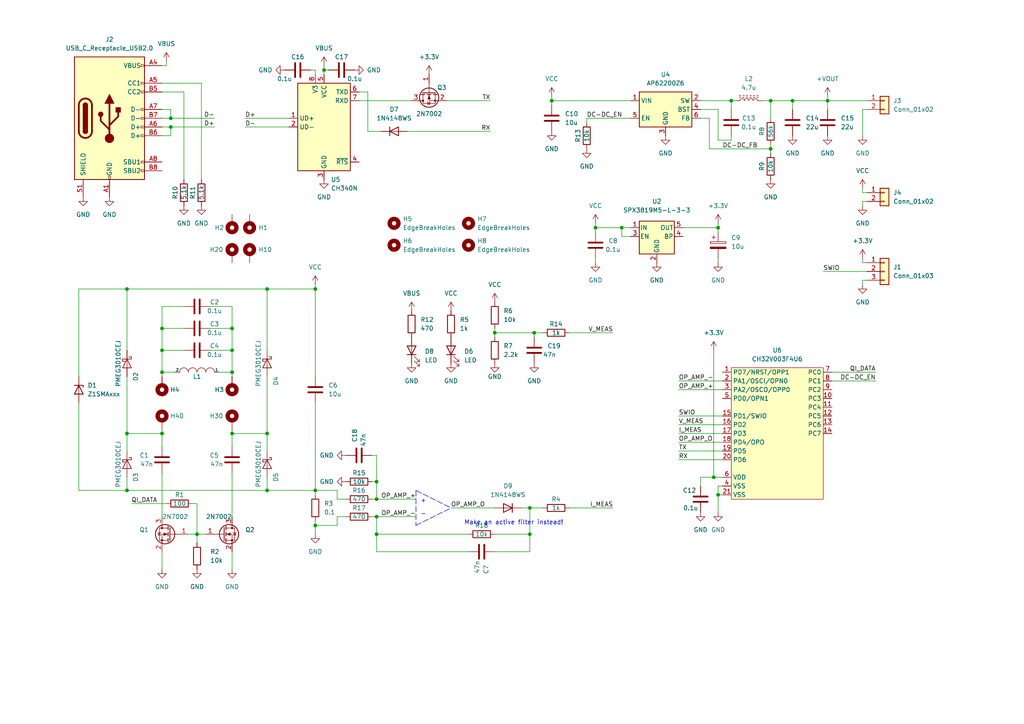
<source format=kicad_sch>
(kicad_sch (version 20211123) (generator eeschema)
  (paper "A4")
  (lib_symbols
    (symbol "Connector:USB_C_Receptacle_USB2.0" (pin_names (offset 1.016))
      (property "Reference" "J" (at -10.16 19.05 0))
      (property "Value" "USB_C_Receptacle_USB2.0" (at 19.05 19.05 0))
      (symbol "USB_C_Receptacle_USB2.0_1_1"
        (pin passive line (at 0 -22.86 90) (length 5.08) (name "GND") (number "A1"))
        (pin passive line (at 0 -22.86 90) (length 5.08) hide (name "GND") (number "A12"))
        (pin passive line (at 15.24 15.24 180) (length 5.08) (name "VBUS") (number "A4"))
        (pin bidirectional line (at 15.24 10.16 180) (length 5.08) (name "CC1") (number "A5"))
        (pin bidirectional line (at 15.24 -2.54 180) (length 5.08) (name "D+") (number "A6"))
        (pin bidirectional line (at 15.24 2.54 180) (length 5.08) (name "D-") (number "A7"))
        (pin bidirectional line (at 15.24 -12.7 180) (length 5.08) (name "SBU1") (number "A8"))
        (pin passive line (at 15.24 15.24 180) (length 5.08) hide (name "VBUS") (number "A9"))
        (pin passive line (at 0 -22.86 90) (length 5.08) hide (name "GND") (number "B1"))
        (pin passive line (at 0 -22.86 90) (length 5.08) hide (name "GND") (number "B12"))
        (pin passive line (at 15.24 15.24 180) (length 5.08) hide (name "VBUS") (number "B4"))
        (pin bidirectional line (at 15.24 7.62 180) (length 5.08) (name "CC2") (number "B5"))
        (pin bidirectional line (at 15.24 -5.08 180) (length 5.08) (name "D+") (number "B6"))
        (pin bidirectional line (at 15.24 0 180) (length 5.08) (name "D-") (number "B7"))
        (pin bidirectional line (at 15.24 -15.24 180) (length 5.08) (name "SBU2") (number "B8"))
        (pin passive line (at 15.24 15.24 180) (length 5.08) hide (name "VBUS") (number "B9"))
        (pin passive line (at -7.62 -22.86 90) (length 5.08) (name "SHIELD") (number "S1"))
      )
    )
    (symbol "Connector_Generic:Conn_01x02" (pin_names (offset 1.016) hide)
      (property "Reference" "J" (at 0 2.54 0))
      (property "Value" "Conn_01x02" (at 0 -5.08 0))
      (symbol "Conn_01x02_1_1"
        (pin passive line (at -5.08 0 0) (length 3.81) (name "Pin_1") (number "1"))
        (pin passive line (at -5.08 -2.54 0) (length 3.81) (name "Pin_2") (number "2"))
      )
    )
    (symbol "Connector_Generic:Conn_01x03" (pin_names (offset 1.016) hide)
      (property "Reference" "J" (at 0 5.08 0))
      (property "Value" "Conn_01x03" (at 0 -5.08 0))
      (symbol "Conn_01x03_1_1"
        (pin passive line (at -5.08 2.54 0) (length 3.81) (name "Pin_1") (number "1"))
        (pin passive line (at -5.08 0 0) (length 3.81) (name "Pin_2") (number "2"))
        (pin passive line (at -5.08 -2.54 0) (length 3.81) (name "Pin_3") (number "3"))
      )
    )
    (symbol "Device:C" (pin_numbers hide) (pin_names (offset 0.254))
      (property "Reference" "C" (at 0.635 2.54 0))
      (property "Value" "C" (at 0.635 -2.54 0))
      (symbol "C_1_1"
        (pin passive line (at 0 3.81 270) (length 2.794) (name "~") (number "1"))
        (pin passive line (at 0 -3.81 90) (length 2.794) (name "~") (number "2"))
      )
    )
    (symbol "Device:C_Polarized" (pin_numbers hide) (pin_names (offset 0.254))
      (property "Reference" "C" (at 0.635 2.54 0))
      (property "Value" "C_Polarized" (at 0.635 -2.54 0))
      (symbol "C_Polarized_1_1"
        (pin passive line (at 0 3.81 270) (length 2.794) (name "~") (number "1"))
        (pin passive line (at 0 -3.81 90) (length 2.794) (name "~") (number "2"))
      )
    )
    (symbol "Device:LED" (pin_numbers hide) (pin_names (offset 1.016) hide)
      (property "Reference" "D" (at 0 2.54 0))
      (property "Value" "LED" (at 0 -2.54 0))
      (symbol "LED_1_1"
        (pin passive line (at -3.81 0 0) (length 2.54) (name "K") (number "1"))
        (pin passive line (at 3.81 0 180) (length 2.54) (name "A") (number "2"))
      )
    )
    (symbol "Device:L_Ferrite" (pin_numbers hide) (pin_names (offset 1.016) hide)
      (property "Reference" "L" (at -1.27 0 90))
      (property "Value" "L_Ferrite" (at 2.794 0 90))
      (symbol "L_Ferrite_1_1"
        (pin passive line (at 0 3.81 270) (length 1.27) (name "1") (number "1"))
        (pin passive line (at 0 -3.81 90) (length 1.27) (name "2") (number "2"))
      )
    )
    (symbol "Device:R" (pin_numbers hide) (pin_names (offset 0))
      (property "Reference" "R" (at 2.032 0 90))
      (property "Value" "R" (at 0 0 90))
      (symbol "R_1_1"
        (pin passive line (at 0 3.81 270) (length 1.27) (name "~") (number "1"))
        (pin passive line (at 0 -3.81 90) (length 1.27) (name "~") (number "2"))
      )
    )
    (symbol "Diode:1N4148WS" (pin_numbers hide) (pin_names hide)
      (property "Reference" "D" (at 0 2.54 0))
      (property "Value" "1N4148WS" (at 0 -2.54 0))
      (symbol "1N4148WS_1_1"
        (pin passive line (at -3.81 0 0) (length 2.54) (name "K") (number "1"))
        (pin passive line (at 3.81 0 180) (length 2.54) (name "A") (number "2"))
      )
    )
    (symbol "Diode:PMEG3010CEJ" (pin_numbers hide) (pin_names hide)
      (property "Reference" "D" (at 0 2.54 0))
      (property "Value" "PMEG3010CEJ" (at 0 -2.54 0))
      (symbol "PMEG3010CEJ_1_1"
        (pin passive line (at -3.81 0 0) (length 2.54) (name "K") (number "1"))
        (pin passive line (at 3.81 0 180) (length 2.54) (name "A") (number "2"))
      )
    )
    (symbol "Diode:Z1SMAxxx" (pin_numbers hide) (pin_names hide)
      (property "Reference" "D" (at 0 2.54 0))
      (property "Value" "Z1SMAxxx" (at 0 -2.54 0))
      (symbol "Z1SMAxxx_1_1"
        (pin passive line (at -3.81 0 0) (length 2.54) (name "K") (number "1"))
        (pin passive line (at 3.81 0 180) (length 2.54) (name "A") (number "2"))
      )
    )
    (symbol "Mechanical:MountingHole" (pin_names (offset 1.016))
      (property "Reference" "H" (at 0 5.08 0))
      (property "Value" "MountingHole" (at 0 3.175 0))
    )
    (symbol "Mechanical:MountingHole_Pad" (pin_numbers hide) (pin_names (offset 1.016) hide)
      (property "Reference" "H" (at 0 6.35 0))
      (property "Value" "MountingHole_Pad" (at 0 4.445 0))
      (symbol "MountingHole_Pad_1_1"
        (pin input line (at 0 -2.54 90) (length 2.54) (name "1") (number "1"))
      )
    )
    (symbol "Regulator_Linear:SPX3819M5-L-3-3" (pin_names (offset 0.254))
      (property "Reference" "U" (at -3.81 5.715 0))
      (property "Value" "SPX3819M5-L-3-3" (at 0 5.715 0))
      (symbol "SPX3819M5-L-3-3_1_1"
        (pin power_in line (at -7.62 2.54 0) (length 2.54) (name "IN") (number "1"))
        (pin power_in line (at 0 -7.62 90) (length 2.54) (name "GND") (number "2"))
        (pin input line (at -7.62 0 0) (length 2.54) (name "EN") (number "3"))
        (pin input line (at 7.62 0 180) (length 2.54) (name "BP") (number "4"))
        (pin power_out line (at 7.62 2.54 180) (length 2.54) (name "OUT") (number "5"))
      )
    )
    (symbol "Transistor_FET:2N7002" (pin_names hide)
      (property "Reference" "Q" (at 5.08 1.905 0))
      (property "Value" "2N7002" (at 5.08 0 0))
      (symbol "2N7002_1_1"
        (pin input line (at -5.08 0 0) (length 2.54) (name "G") (number "1"))
        (pin passive line (at 2.54 -5.08 90) (length 2.54) (name "S") (number "2"))
        (pin passive line (at 2.54 5.08 270) (length 2.54) (name "D") (number "3"))
      )
    )
    (symbol "__my:+VOUT" (power) (pin_names (offset 0))
      (property "Value" "+VOUT" (at 0 3.556 0))
      (symbol "+VOUT_1_1"
        (pin power_in line (at 0 0 90) (length 0) hide (name "+VOUT") (number "1"))
      )
    )
    (symbol "__my:AP62200Z6"
      (property "Reference" "U" (at -7.62 6.35 0))
      (property "Value" "AP62200Z6" (at 6.35 -6.35 0))
      (symbol "AP62200Z6_1_1"
        (pin power_in line (at -10.16 2.54 0) (length 2.54) (name "VIN") (number "1"))
        (pin output line (at 10.16 2.54 180) (length 2.54) (name "SW") (number "2"))
        (pin power_in line (at 0 -7.62 90) (length 2.54) (name "GND") (number "3"))
        (pin passive line (at 10.16 0 180) (length 2.54) (name "BST") (number "4"))
        (pin input line (at -10.16 -2.54 0) (length 2.54) (name "EN") (number "5"))
        (pin input line (at 10.16 -2.54 180) (length 2.54) (name "FB") (number "6"))
      )
    )
    (symbol "__my:CH32V003F4U6"
      (property "Reference" "U" (at 27.94 2.54 0))
      (property "Value" "CH32V003F4U6" (at 10.16 2.54 0))
      (symbol "CH32V003F4U6_1_1"
        (pin bidirectional line (at 0 0 0) (length 2.54) (name "PD7/NRST/OPP1") (number "1"))
        (pin bidirectional line (at 31.75 -7.62 180) (length 2.54) (name "PC3") (number "10"))
        (pin bidirectional line (at 31.75 -10.16 180) (length 2.54) (name "PC4") (number "11"))
        (pin bidirectional line (at 31.75 -12.7 180) (length 2.54) (name "PC5") (number "12"))
        (pin bidirectional line (at 31.75 -15.24 180) (length 2.54) (name "PC6") (number "13"))
        (pin bidirectional line (at 31.75 -17.78 180) (length 2.54) (name "PC7") (number "14"))
        (pin bidirectional line (at 0 -12.7 0) (length 2.54) (name "PD1/SWIO") (number "15"))
        (pin bidirectional line (at 0 -15.24 0) (length 2.54) (name "PD2") (number "16"))
        (pin bidirectional line (at 0 -17.78 0) (length 2.54) (name "PD3") (number "17"))
        (pin bidirectional line (at 0 -20.32 0) (length 2.54) (name "PD4/OPO") (number "18"))
        (pin bidirectional line (at 0 -22.86 0) (length 2.54) (name "PD5") (number "19"))
        (pin bidirectional line (at 0 -2.54 0) (length 2.54) (name "PA1/OSCI/OPN0") (number "2"))
        (pin bidirectional line (at 0 -25.4 0) (length 2.54) (name "PD6") (number "20"))
        (pin power_in line (at 0 -35.56 0) (length 2.54) (name "VSS") (number "21"))
        (pin bidirectional line (at 0 -5.08 0) (length 2.54) (name "PA2/OSCO/OPP0") (number "3"))
        (pin power_in line (at 0 -33.02 0) (length 2.54) (name "VSS") (number "4"))
        (pin bidirectional line (at 0 -7.62 0) (length 2.54) (name "PD0/OPN1") (number "5"))
        (pin power_in line (at 0 -30.48 0) (length 2.54) (name "VDD") (number "6"))
        (pin bidirectional line (at 31.75 0 180) (length 2.54) (name "PC0") (number "7"))
        (pin bidirectional line (at 31.75 -2.54 180) (length 2.54) (name "PC1") (number "8"))
        (pin bidirectional line (at 31.75 -5.08 180) (length 2.54) (name "PC2") (number "9"))
      )
    )
    (symbol "__my:CH340N"
      (property "Reference" "U" (at -5.08 13.97 0))
      (property "Value" "CH340N" (at 1.27 13.97 0))
      (symbol "CH340N_1_1"
        (pin bidirectional line (at -10.16 2.54 0) (length 2.54) (name "UD+") (number "1"))
        (pin bidirectional line (at -10.16 0 0) (length 2.54) (name "UD-") (number "2"))
        (pin power_in line (at 0 -15.24 90) (length 2.54) (name "GND") (number "3"))
        (pin output line (at 10.16 -10.16 180) (length 2.54) (name "~{RTS}") (number "4"))
        (pin power_in line (at 0 15.24 270) (length 2.54) (name "VCC") (number "5"))
        (pin output line (at 10.16 10.16 180) (length 2.54) (name "TXD") (number "6"))
        (pin input line (at 10.16 7.62 180) (length 2.54) (name "RXD") (number "7"))
        (pin passive line (at -2.54 15.24 270) (length 2.54) (name "V3") (number "8"))
      )
    )
    (symbol "power:+3.3V" (power) (pin_names (offset 0))
      (property "Value" "+3.3V" (at 0 3.556 0))
      (symbol "+3.3V_1_1"
        (pin power_in line (at 0 0 90) (length 0) hide (name "+3.3V") (number "1"))
      )
    )
    (symbol "power:GND" (power) (pin_names (offset 0))
      (property "Value" "GND" (at 0 -3.81 0))
      (symbol "GND_1_1"
        (pin power_in line (at 0 0 270) (length 0) hide (name "GND") (number "1"))
      )
    )
    (symbol "power:VBUS" (power) (pin_names (offset 0))
      (property "Value" "VBUS" (at 0 3.81 0))
      (symbol "VBUS_1_1"
        (pin power_in line (at 0 0 90) (length 0) hide (name "VBUS") (number "1"))
      )
    )
    (symbol "power:VCC" (power) (pin_names (offset 0))
      (property "Value" "VCC" (at 0 3.81 0))
      (symbol "VCC_1_1"
        (pin power_in line (at 0 0 90) (length 0) hide (name "VCC") (number "1"))
      )
    )
    (symbol "pspice:INDUCTOR" (pin_numbers hide) (pin_names (offset 0))
      (property "Reference" "L" (at 0 2.54 0))
      (property "Value" "INDUCTOR" (at 0 -1.27 0))
      (symbol "INDUCTOR_1_1"
        (pin input line (at -6.35 0 0) (length 1.27) (name "1") (number "1"))
        (pin input line (at 6.35 0 180) (length 1.27) (name "2") (number "2"))
      )
    )
  )
  (junction (at 208.28 143.51))
  (junction (at 91.44 152.4))
  (junction (at 46.99 101.6))
  (junction (at 77.47 142.24))
  (junction (at 49.53 34.29))
  (junction (at 93.98 20.32))
  (junction (at 57.15 154.94))
  (junction (at 67.31 95.25))
  (junction (at 207.01 138.43))
  (junction (at 172.72 66.04))
  (junction (at 46.99 125.73))
  (junction (at 91.44 142.24))
  (junction (at 223.52 43.18))
  (junction (at 67.31 125.73))
  (junction (at 180.34 66.04))
  (junction (at 67.31 107.95))
  (junction (at 240.03 29.21))
  (junction (at 46.99 107.95))
  (junction (at 67.31 101.6))
  (junction (at 153.67 154.94))
  (junction (at 109.22 139.7))
  (junction (at 36.83 142.24))
  (junction (at 49.53 36.83))
  (junction (at 208.28 66.04))
  (junction (at 109.22 144.78))
  (junction (at 160.02 29.21))
  (junction (at 46.99 95.25))
  (junction (at 154.94 96.52))
  (junction (at 109.22 154.94))
  (junction (at 229.87 29.21))
  (junction (at 36.83 83.82))
  (junction (at 153.67 147.32))
  (junction (at 109.22 149.86))
  (junction (at 77.47 83.82))
  (junction (at 143.51 96.52))
  (junction (at 36.83 125.73))
  (junction (at 77.47 125.73))
  (junction (at 212.09 29.21))
  (junction (at 223.52 29.21))
  (junction (at 91.44 83.82))
  (wire (pts (xy 57.15 154.94) (xy 57.15 157.48)))
  (wire (pts (xy 93.98 20.32) (xy 95.25 20.32)))
  (wire (pts (xy 250.19 54.61) (xy 250.19 55.88)))
  (wire (pts (xy 160.02 29.21) (xy 182.88 29.21)))
  (wire (pts (xy 63.5 107.95) (xy 67.31 107.95)))
  (wire (pts (xy 106.68 26.67) (xy 106.68 38.1)))
  (wire (pts (xy 153.67 160.02) (xy 153.67 154.94)))
  (wire (pts (xy 77.47 142.24) (xy 77.47 138.43)))
  (wire (pts (xy 46.99 101.6) (xy 53.34 101.6)))
  (wire (pts (xy 203.2 29.21) (xy 212.09 29.21)))
  (wire (pts (xy 229.87 31.75) (xy 229.87 29.21)))
  (wire (pts (xy 22.86 83.82) (xy 36.83 83.82)))
  (wire (pts (xy 67.31 101.6) (xy 67.31 107.95)))
  (wire (pts (xy 209.55 133.35) (xy 196.85 133.35)))
  (wire (pts (xy 196.85 125.73) (xy 209.55 125.73)))
  (wire (pts (xy 135.89 160.02) (xy 109.22 160.02)))
  (wire (pts (xy 223.52 29.21) (xy 223.52 34.29)))
  (wire (pts (xy 209.55 110.49) (xy 196.85 110.49)))
  (polyline (pts (xy 120.65 152.4) (xy 130.81 147.32)))
  (wire (pts (xy 143.51 154.94) (xy 153.67 154.94)))
  (wire (pts (xy 91.44 152.4) (xy 97.79 152.4)))
  (wire (pts (xy 58.42 24.13) (xy 58.42 52.07)))
  (wire (pts (xy 46.99 24.13) (xy 58.42 24.13)))
  (wire (pts (xy 118.11 38.1) (xy 142.24 38.1)))
  (wire (pts (xy 109.22 139.7) (xy 109.22 144.78)))
  (wire (pts (xy 67.31 165.1) (xy 67.31 160.02)))
  (wire (pts (xy 172.72 64.77) (xy 172.72 66.04)))
  (wire (pts (xy 198.12 66.04) (xy 208.28 66.04)))
  (wire (pts (xy 67.31 88.9) (xy 67.31 95.25)))
  (wire (pts (xy 60.96 101.6) (xy 67.31 101.6)))
  (wire (pts (xy 143.51 160.02) (xy 153.67 160.02)))
  (wire (pts (xy 46.99 95.25) (xy 46.99 101.6)))
  (wire (pts (xy 153.67 147.32) (xy 151.13 147.32)))
  (wire (pts (xy 67.31 95.25) (xy 67.31 101.6)))
  (wire (pts (xy 143.51 96.52) (xy 154.94 96.52)))
  (wire (pts (xy 170.18 34.29) (xy 182.88 34.29)))
  (wire (pts (xy 60.96 88.9) (xy 67.31 88.9)))
  (wire (pts (xy 229.87 29.21) (xy 240.03 29.21)))
  (wire (pts (xy 91.44 142.24) (xy 91.44 143.51)))
  (wire (pts (xy 91.44 142.24) (xy 77.47 142.24)))
  (wire (pts (xy 209.55 143.51) (xy 208.28 143.51)))
  (wire (pts (xy 251.46 58.42) (xy 250.19 58.42)))
  (wire (pts (xy 91.44 82.55) (xy 91.44 83.82)))
  (wire (pts (xy 67.31 137.16) (xy 67.31 149.86)))
  (wire (pts (xy 212.09 39.37) (xy 212.09 40.64)))
  (wire (pts (xy 205.74 43.18) (xy 223.52 43.18)))
  (wire (pts (xy 209.55 140.97) (xy 208.28 140.97)))
  (wire (pts (xy 22.86 142.24) (xy 36.83 142.24)))
  (wire (pts (xy 104.14 26.67) (xy 106.68 26.67)))
  (wire (pts (xy 77.47 125.73) (xy 77.47 130.81)))
  (wire (pts (xy 107.95 139.7) (xy 109.22 139.7)))
  (wire (pts (xy 104.14 29.21) (xy 119.38 29.21)))
  (wire (pts (xy 46.99 88.9) (xy 53.34 88.9)))
  (wire (pts (xy 109.22 154.94) (xy 109.22 149.86)))
  (wire (pts (xy 97.79 144.78) (xy 97.79 142.24)))
  (wire (pts (xy 143.51 95.25) (xy 143.51 96.52)))
  (wire (pts (xy 180.34 66.04) (xy 182.88 66.04)))
  (wire (pts (xy 91.44 151.13) (xy 91.44 152.4)))
  (wire (pts (xy 241.3 107.95) (xy 254 107.95)))
  (wire (pts (xy 53.34 52.07) (xy 53.34 26.67)))
  (wire (pts (xy 67.31 107.95) (xy 67.31 109.22)))
  (wire (pts (xy 57.15 146.05) (xy 57.15 154.94)))
  (wire (pts (xy 91.44 83.82) (xy 77.47 83.82)))
  (wire (pts (xy 62.23 34.29) (xy 49.53 34.29)))
  (wire (pts (xy 109.22 144.78) (xy 120.65 144.78)))
  (wire (pts (xy 250.19 81.28) (xy 250.19 82.55)))
  (wire (pts (xy 46.99 36.83) (xy 49.53 36.83)))
  (wire (pts (xy 36.83 142.24) (xy 77.47 142.24)))
  (wire (pts (xy 209.55 123.19) (xy 196.85 123.19)))
  (wire (pts (xy 208.28 76.2) (xy 208.28 74.93)))
  (wire (pts (xy 57.15 154.94) (xy 59.69 154.94)))
  (wire (pts (xy 203.2 34.29) (xy 205.74 34.29)))
  (wire (pts (xy 22.86 116.84) (xy 22.86 142.24)))
  (wire (pts (xy 165.1 147.32) (xy 177.8 147.32)))
  (wire (pts (xy 251.46 31.75) (xy 250.19 31.75)))
  (wire (pts (xy 203.2 31.75) (xy 208.28 31.75)))
  (wire (pts (xy 46.99 95.25) (xy 53.34 95.25)))
  (wire (pts (xy 107.95 132.08) (xy 109.22 132.08)))
  (wire (pts (xy 203.2 138.43) (xy 207.01 138.43)))
  (polyline (pts (xy 120.65 142.24) (xy 120.65 152.4)))
  (wire (pts (xy 160.02 27.94) (xy 160.02 29.21)))
  (wire (pts (xy 77.47 109.22) (xy 77.47 125.73)))
  (wire (pts (xy 49.53 39.37) (xy 46.99 39.37)))
  (wire (pts (xy 93.98 19.05) (xy 93.98 20.32)))
  (wire (pts (xy 240.03 29.21) (xy 251.46 29.21)))
  (wire (pts (xy 109.22 160.02) (xy 109.22 154.94)))
  (wire (pts (xy 212.09 29.21) (xy 212.09 31.75)))
  (wire (pts (xy 55.88 146.05) (xy 57.15 146.05)))
  (wire (pts (xy 182.88 68.58) (xy 180.34 68.58)))
  (wire (pts (xy 36.83 109.22) (xy 36.83 125.73)))
  (wire (pts (xy 53.34 26.67) (xy 46.99 26.67)))
  (wire (pts (xy 46.99 31.75) (xy 49.53 31.75)))
  (wire (pts (xy 36.83 125.73) (xy 46.99 125.73)))
  (wire (pts (xy 46.99 101.6) (xy 46.99 107.95)))
  (wire (pts (xy 91.44 21.59) (xy 91.44 20.32)))
  (wire (pts (xy 46.99 165.1) (xy 46.99 160.02)))
  (wire (pts (xy 36.83 142.24) (xy 36.83 138.43)))
  (wire (pts (xy 153.67 154.94) (xy 153.67 147.32)))
  (wire (pts (xy 91.44 142.24) (xy 97.79 142.24)))
  (wire (pts (xy 107.95 144.78) (xy 109.22 144.78)))
  (wire (pts (xy 209.55 120.65) (xy 196.85 120.65)))
  (wire (pts (xy 229.87 29.21) (xy 223.52 29.21)))
  (wire (pts (xy 208.28 143.51) (xy 208.28 148.59)))
  (wire (pts (xy 157.48 96.52) (xy 154.94 96.52)))
  (wire (pts (xy 143.51 147.32) (xy 130.81 147.32)))
  (wire (pts (xy 172.72 76.2) (xy 172.72 74.93)))
  (wire (pts (xy 208.28 140.97) (xy 208.28 143.51)))
  (wire (pts (xy 142.24 29.21) (xy 129.54 29.21)))
  (wire (pts (xy 49.53 31.75) (xy 49.53 34.29)))
  (wire (pts (xy 22.86 83.82) (xy 22.86 109.22)))
  (wire (pts (xy 154.94 96.52) (xy 154.94 97.79)))
  (wire (pts (xy 46.99 107.95) (xy 46.99 109.22)))
  (wire (pts (xy 203.2 140.97) (xy 203.2 138.43)))
  (wire (pts (xy 109.22 132.08) (xy 109.22 139.7)))
  (wire (pts (xy 93.98 20.32) (xy 93.98 21.59)))
  (wire (pts (xy 153.67 147.32) (xy 157.48 147.32)))
  (wire (pts (xy 36.83 125.73) (xy 36.83 130.81)))
  (wire (pts (xy 209.55 128.27) (xy 196.85 128.27)))
  (wire (pts (xy 240.03 29.21) (xy 240.03 27.94)))
  (wire (pts (xy 250.19 31.75) (xy 250.19 39.37)))
  (wire (pts (xy 54.61 154.94) (xy 57.15 154.94)))
  (wire (pts (xy 223.52 43.18) (xy 223.52 44.45)))
  (wire (pts (xy 205.74 34.29) (xy 205.74 43.18)))
  (wire (pts (xy 71.12 36.83) (xy 83.82 36.83)))
  (wire (pts (xy 46.99 124.46) (xy 46.99 125.73)))
  (wire (pts (xy 36.83 83.82) (xy 36.83 101.6)))
  (wire (pts (xy 77.47 83.82) (xy 77.47 101.6)))
  (wire (pts (xy 91.44 152.4) (xy 91.44 154.94)))
  (wire (pts (xy 172.72 66.04) (xy 172.72 67.31)))
  (wire (pts (xy 91.44 83.82) (xy 91.44 109.22)))
  (wire (pts (xy 109.22 149.86) (xy 120.65 149.86)))
  (wire (pts (xy 220.98 29.21) (xy 223.52 29.21)))
  (wire (pts (xy 67.31 125.73) (xy 77.47 125.73)))
  (wire (pts (xy 46.99 125.73) (xy 46.99 129.54)))
  (wire (pts (xy 172.72 66.04) (xy 180.34 66.04)))
  (wire (pts (xy 212.09 29.21) (xy 213.36 29.21)))
  (wire (pts (xy 60.96 95.25) (xy 67.31 95.25)))
  (wire (pts (xy 67.31 125.73) (xy 67.31 129.54)))
  (wire (pts (xy 209.55 113.03) (xy 196.85 113.03)))
  (wire (pts (xy 250.19 55.88) (xy 251.46 55.88)))
  (wire (pts (xy 170.18 34.29) (xy 170.18 35.56)))
  (polyline (pts (xy 120.65 142.24) (xy 130.81 147.32)))
  (wire (pts (xy 36.83 83.82) (xy 77.47 83.82)))
  (wire (pts (xy 46.99 107.95) (xy 50.8 107.95)))
  (wire (pts (xy 135.89 154.94) (xy 109.22 154.94)))
  (wire (pts (xy 91.44 20.32) (xy 90.17 20.32)))
  (wire (pts (xy 71.12 34.29) (xy 83.82 34.29)))
  (wire (pts (xy 46.99 88.9) (xy 46.99 95.25)))
  (wire (pts (xy 91.44 116.84) (xy 91.44 142.24)))
  (wire (pts (xy 49.53 34.29) (xy 46.99 34.29)))
  (wire (pts (xy 48.26 19.05) (xy 48.26 17.78)))
  (wire (pts (xy 46.99 137.16) (xy 46.99 149.86)))
  (wire (pts (xy 196.85 130.81) (xy 209.55 130.81)))
  (wire (pts (xy 106.68 38.1) (xy 110.49 38.1)))
  (wire (pts (xy 177.8 96.52) (xy 165.1 96.52)))
  (wire (pts (xy 207.01 138.43) (xy 209.55 138.43)))
  (wire (pts (xy 38.1 146.05) (xy 48.26 146.05)))
  (wire (pts (xy 143.51 96.52) (xy 143.51 97.79)))
  (wire (pts (xy 46.99 19.05) (xy 48.26 19.05)))
  (wire (pts (xy 208.28 66.04) (xy 208.28 67.31)))
  (wire (pts (xy 254 110.49) (xy 241.3 110.49)))
  (wire (pts (xy 180.34 68.58) (xy 180.34 66.04)))
  (wire (pts (xy 208.28 40.64) (xy 212.09 40.64)))
  (wire (pts (xy 223.52 41.91) (xy 223.52 43.18)))
  (wire (pts (xy 160.02 29.21) (xy 160.02 30.48)))
  (wire (pts (xy 100.33 144.78) (xy 97.79 144.78)))
  (wire (pts (xy 250.19 58.42) (xy 250.19 59.69)))
  (wire (pts (xy 49.53 36.83) (xy 49.53 39.37)))
  (wire (pts (xy 251.46 76.2) (xy 250.19 76.2)))
  (wire (pts (xy 208.28 64.77) (xy 208.28 66.04)))
  (wire (pts (xy 251.46 78.74) (xy 238.76 78.74)))
  (wire (pts (xy 67.31 124.46) (xy 67.31 125.73)))
  (wire (pts (xy 62.23 36.83) (xy 49.53 36.83)))
  (wire (pts (xy 240.03 31.75) (xy 240.03 29.21)))
  (wire (pts (xy 208.28 31.75) (xy 208.28 40.64)))
  (wire (pts (xy 207.01 101.6) (xy 207.01 138.43)))
  (wire (pts (xy 100.33 149.86) (xy 97.79 149.86)))
  (wire (pts (xy 97.79 149.86) (xy 97.79 152.4)))
  (wire (pts (xy 250.19 76.2) (xy 250.19 74.93)))
  (wire (pts (xy 251.46 81.28) (xy 250.19 81.28)))
  (wire (pts (xy 107.95 149.86) (xy 109.22 149.86)))
  (text "Make an active filter instead!" (at 134.62 152.4 0) (effects (font (size 1.27 1.27)) (justify left bottom)))
  (text "-" (at 121.92 149.86 0) (effects (font (size 1.27 1.27)) (justify left bottom)))
  (text "+" (at 121.92 146.05 0) (effects (font (size 1.27 1.27)) (justify left bottom)))
  (label "I_MEAS" (at 196.85 125.73 0))
  (label "OP_AMP_-" (at 196.85 110.49 0))
  (label "OP_AMP_+" (at 120.65 144.78 180))
  (label "D+" (at 62.23 36.83 180))
  (label "V_MEAS" (at 177.8 96.52 180))
  (label "OP_AMP_-" (at 120.65 149.86 180))
  (label "I_MEAS" (at 177.8 147.32 180))
  (label "QI_DATA" (at 254 107.95 180))
  (label "D-" (at 62.23 34.29 180))
  (label "TX" (at 142.24 29.21 180))
  (label "DC-DC_FB" (at 209.55 43.18 0))
  (label "DC-DC_EN" (at 254 110.49 180))
  (label "D-" (at 71.12 36.83 0))
  (label "QI_DATA" (at 38.1 146.05 0))
  (label "OP_AMP_O" (at 196.85 128.27 0))
  (label "OP_AMP_+" (at 196.85 113.03 0))
  (label "DC-DC_EN" (at 170.18 34.29 0))
  (label "SWIO" (at 196.85 120.65 0))
  (label "RX" (at 142.24 38.1 180))
  (label "RX" (at 196.85 133.35 0))
  (label "V_MEAS" (at 196.85 123.19 0))
  (label "SWIO" (at 238.76 78.74 0))
  (label "OP_AMP_O" (at 130.81 147.32 0))
  (label "D+" (at 71.12 34.29 0))
  (label "TX" (at 196.85 130.81 0))
  (symbol (lib_id "Device:C") (at 67.31 133.35 180) (unit 1)
    (property "Reference" "C5" (at 63.5 132.08 0) (effects (justify left)))
    (property "Value" "47n" (at 60.96 134.62 0) (effects (justify right)))
    (property "Footprint" "Capacitor_SMD:C_0603_1608Metric" (effects hide))
  )
  (symbol (lib_id "Diode:PMEG3010CEJ") (at 36.83 134.62 270) (unit 1)
    (property "Reference" "D3" (at 39.37 138.43 0))
    (property "Value" "PMEG3010CEJ" (at 34.29 134.62 0))
    (property "Footprint" "Diode_SMD:D_SOD-323F" (effects hide))
    (property "Datasheet" "https://assets.nexperia.com/documents/data-sheet/PMEG3010CEH_PMEG3010CEJ.pdf" (effects hide))
  )
  (symbol (lib_id "Connector:USB_C_Receptacle_USB2.0") (at 31.75 34.29 0) (unit 1)
    (property "Reference" "J2" (at 31.75 11.43 0))
    (property "Value" "USB_C_Receptacle_USB2.0" (at 31.75 13.97 0))
    (property "Footprint" "Connector_USB:USB_C_Receptacle_HRO_TYPE-C-31-M-12" (effects hide))
    (property "Datasheet" "https://www.usb.org/sites/default/files/documents/usb_type-c.zip" (effects hide))
  )
  (symbol (lib_id "Device:R") (at 130.81 93.98 0) (unit 1)
    (property "Reference" "R5" (at 133.35 92.7099 0) (effects (justify left)))
    (property "Value" "1k" (at 133.35 95.2499 0) (effects (justify left)))
    (property "Footprint" "Resistor_SMD:R_0603_1608Metric" (effects hide))
  )
  (symbol (lib_id "power:GND") (at 250.19 82.55 0) (unit 1)
    (property "Reference" "#PWR025" (effects hide))
    (property "Value" "GND" (at 250.19 87.63 0))
  )
  (symbol (lib_id "Connector_Generic:Conn_01x02") (at 256.54 55.88 0) (unit 1)
    (property "Reference" "J4" (at 259.08 55.8799 0) (effects (justify left)))
    (property "Value" "Conn_01x02" (at 259.08 58.4199 0) (effects (justify left)))
    (property "Footprint" "Connector_PinHeader_2.54mm:PinHeader_1x02_P2.54mm_Horizontal" (effects hide))
  )
  (symbol (lib_id "Device:C") (at 57.15 101.6 90) (unit 1)
    (property "Reference" "C4" (at 62.23 100.33 90))
    (property "Value" "0.1u" (at 62.23 102.87 90))
    (property "Footprint" "Capacitor_SMD:C_1206_3216Metric" (effects hide))
  )
  (symbol (lib_id "power:GND") (at 100.33 139.7 270) (unit 1)
    (property "Reference" "#PWR0103" (effects hide))
    (property "Value" "GND" (at 92.71 139.7 90) (effects (justify left)))
  )
  (symbol (lib_id "Device:C_Polarized") (at 208.28 71.12 0) (unit 1)
    (property "Reference" "C9" (at 212.09 68.9609 0) (effects (justify left)))
    (property "Value" "10u" (at 212.09 71.5009 0) (effects (justify left)))
    (property "Footprint" "Capacitor_Tantalum_SMD:CP_EIA-3216-18_Kemet-A" (effects hide))
  )
  (symbol (lib_id "power:GND") (at 208.28 148.59 0) (unit 1)
    (property "Reference" "#PWR0101" (effects hide))
    (property "Value" "GND" (at 208.28 153.67 0))
  )
  (symbol (lib_id "Device:R") (at 139.7 154.94 90) (unit 1)
    (property "Reference" "R18" (at 139.7 152.4 90))
    (property "Value" "10k" (at 139.7 154.94 90))
    (property "Footprint" "Resistor_SMD:R_0603_1608Metric" (effects hide))
  )
  (symbol (lib_id "Connector_Generic:Conn_01x02") (at 256.54 29.21 0) (unit 1)
    (property "Reference" "J3" (at 259.08 29.2099 0) (effects (justify left)))
    (property "Value" "Conn_01x02" (at 259.08 31.7499 0) (effects (justify left)))
    (property "Footprint" "Connector_PinHeader_2.54mm:PinHeader_1x02_P2.54mm_Horizontal" (effects hide))
  )
  (symbol (lib_id "power:GND") (at 229.87 39.37 0) (unit 1)
    (property "Reference" "#PWR029" (effects hide))
    (property "Value" "GND" (at 229.87 44.45 0))
  )
  (symbol (lib_id "power:GND") (at 46.99 165.1 0) (unit 1)
    (property "Reference" "#PWR01" (effects hide))
    (property "Value" "GND" (at 46.99 170.18 0))
  )
  (symbol (lib_id "power:GND") (at 250.19 39.37 0) (unit 1)
    (property "Reference" "#PWR032" (effects hide))
    (property "Value" "GND" (at 250.19 44.45 0))
  )
  (symbol (lib_id "power:VCC") (at 172.72 64.77 0) (unit 1)
    (property "Reference" "#PWR09" (effects hide))
    (property "Value" "VCC" (at 172.72 59.69 0))
  )
  (symbol (lib_id "Mechanical:MountingHole") (at 114.3 64.77 0) (unit 1)
    (property "Reference" "H5" (at 116.84 63.4999 0) (effects (justify left)))
    (property "Value" "EdgeBreakHoles" (at 116.84 66.0399 0) (effects (justify left)))
    (property "Footprint" "__my:edgeBreakHoles" (effects hide))
  )
  (symbol (lib_id "power:GND") (at 250.19 59.69 0) (unit 1)
    (property "Reference" "#PWR034" (effects hide))
    (property "Value" "GND" (at 250.19 64.77 0))
  )
  (symbol (lib_id "Connector_Generic:Conn_01x03") (at 256.54 78.74 0) (unit 1)
    (property "Reference" "J1" (at 259.08 77.4699 0) (effects (justify left)))
    (property "Value" "Conn_01x03" (at 259.08 80.0099 0) (effects (justify left)))
    (property "Footprint" "Connector_PinHeader_2.54mm:PinHeader_1x03_P2.54mm_Horizontal" (effects hide))
  )
  (symbol (lib_id "Device:LED") (at 130.81 101.6 90) (unit 1)
    (property "Reference" "D6" (at 134.62 101.9174 90) (effects (justify right)))
    (property "Value" "LED" (at 134.62 104.4574 90) (effects (justify right)))
    (property "Footprint" "LED_SMD:LED_0603_1608Metric" (effects hide))
  )
  (symbol (lib_id "power:GND") (at 154.94 105.41 0) (unit 1)
    (property "Reference" "#PWR047" (effects hide))
    (property "Value" "GND" (at 154.94 110.49 0))
  )
  (symbol (lib_id "__my:CH32V003F4U6") (at 209.55 107.95 0) (unit 1)
    (property "Reference" "U6" (at 225.425 101.6 0))
    (property "Value" "CH32V003F4U6" (at 225.425 104.14 0))
    (property "Footprint" "Package_DFN_QFN:QFN-20-1EP_3x3mm_P0.4mm_EP1.65x1.65mm" (effects hide))
  )
  (symbol (lib_id "Diode:PMEG3010CEJ") (at 36.83 105.41 270) (unit 1)
    (property "Reference" "D2" (at 39.37 109.22 0))
    (property "Value" "PMEG3010CEJ" (at 34.29 105.41 0))
    (property "Footprint" "Diode_SMD:D_SOD-323F" (effects hide))
    (property "Datasheet" "https://assets.nexperia.com/documents/data-sheet/PMEG3010CEH_PMEG3010CEJ.pdf" (effects hide))
  )
  (symbol (lib_id "power:VBUS") (at 93.98 19.05 0) (unit 1)
    (property "Reference" "#PWR042" (effects hide))
    (property "Value" "VBUS" (at 93.98 13.97 0))
  )
  (symbol (lib_id "power:VCC") (at 250.19 54.61 0) (unit 1)
    (property "Reference" "#PWR033" (effects hide))
    (property "Value" "VCC" (at 250.19 49.53 0))
  )
  (symbol (lib_id "power:+3.3V") (at 250.19 74.93 0) (unit 1)
    (property "Reference" "#PWR024" (effects hide))
    (property "Value" "+3.3V" (at 250.19 69.85 0))
  )
  (symbol (lib_id "power:GND") (at 240.03 39.37 0) (unit 1)
    (property "Reference" "#PWR031" (effects hide))
    (property "Value" "GND" (at 240.03 44.45 0))
  )
  (symbol (lib_id "power:GND") (at 143.51 105.41 0) (unit 1)
    (property "Reference" "#PWR017" (effects hide))
    (property "Value" "GND" (at 143.51 109.22 0))
  )
  (symbol (lib_id "__my:AP62200Z6") (at 193.04 31.75 0) (unit 1)
    (property "Reference" "U4" (at 193.04 21.59 0))
    (property "Value" "AP62200Z6" (at 193.04 24.13 0))
    (property "Footprint" "Package_TO_SOT_SMD:SOT-563" (effects hide))
    (property "Datasheet" "https://datasheet.lcsc.com/lcsc/2210280930_Diodes-Incorporated-AP62200Z6-7_C2158024.pdf" (effects hide))
  )
  (symbol (lib_id "power:GND") (at 102.87 20.32 90) (unit 1)
    (property "Reference" "#PWR044" (effects hide))
    (property "Value" "GND" (at 110.49 20.32 90) (effects (justify left)))
  )
  (symbol (lib_id "power:GND") (at 203.2 148.59 0) (unit 1)
    (property "Reference" "#PWR022" (effects hide))
    (property "Value" "GND" (at 203.2 153.67 0))
  )
  (symbol (lib_id "Mechanical:MountingHole_Pad") (at 46.99 121.92 0) (mirror y) (unit 1)
    (property "Reference" "H40" (at 53.34 120.65 0) (effects (justify left)))
    (property "Value" "MountingHole_Pad" (effects hide))
    (property "Footprint" "MountingHole:MountingHole_2.2mm_M2_DIN965_Pad" (effects hide))
  )
  (symbol (lib_id "Device:C") (at 229.87 35.56 0) (unit 1)
    (property "Reference" "C14" (at 233.68 34.2899 0) (effects (justify left)))
    (property "Value" "22u" (at 233.68 36.8299 0) (effects (justify left)))
    (property "Footprint" "Capacitor_SMD:C_1206_3216Metric" (effects hide))
  )
  (symbol (lib_id "Device:R") (at 53.34 55.88 180) (unit 1)
    (property "Reference" "R10" (at 50.8 55.88 90))
    (property "Value" "5.1k" (at 53.34 55.88 90))
    (property "Footprint" "Resistor_SMD:R_0603_1608Metric" (effects hide))
  )
  (symbol (lib_id "Device:R") (at 170.18 39.37 180) (unit 1)
    (property "Reference" "R13" (at 167.64 39.37 90))
    (property "Value" "10k" (at 170.18 39.37 90))
    (property "Footprint" "Resistor_SMD:R_0603_1608Metric" (effects hide))
  )
  (symbol (lib_id "Device:R") (at 119.38 93.98 0) (unit 1)
    (property "Reference" "R12" (at 121.92 92.7099 0) (effects (justify left)))
    (property "Value" "470" (at 121.92 95.2499 0) (effects (justify left)))
    (property "Footprint" "Resistor_SMD:R_0603_1608Metric" (effects hide))
  )
  (symbol (lib_id "Device:LED") (at 119.38 101.6 90) (unit 1)
    (property "Reference" "D8" (at 123.19 101.9174 90) (effects (justify right)))
    (property "Value" "LED" (at 123.19 104.4574 90) (effects (justify right)))
    (property "Footprint" "LED_SMD:LED_0603_1608Metric" (effects hide))
  )
  (symbol (lib_id "Device:R") (at 223.52 48.26 180) (unit 1)
    (property "Reference" "R9" (at 220.98 48.26 90))
    (property "Value" "10k" (at 223.52 48.26 90))
    (property "Footprint" "Resistor_SMD:R_0603_1608Metric" (effects hide))
  )
  (symbol (lib_id "power:VCC") (at 91.44 82.55 0) (unit 1)
    (property "Reference" "#PWR04" (effects hide))
    (property "Value" "VCC" (at 91.44 77.47 0))
  )
  (symbol (lib_id "power:GND") (at 160.02 38.1 0) (unit 1)
    (property "Reference" "#PWR019" (effects hide))
    (property "Value" "GND" (at 160.02 43.18 0))
  )
  (symbol (lib_id "Mechanical:MountingHole_Pad") (at 67.31 73.66 0) (mirror y) (unit 1)
    (property "Reference" "H20" (at 64.77 72.39 0) (effects (justify left)))
    (property "Value" "MountingHole_Pad" (effects hide))
    (property "Footprint" "MountingHole:MountingHole_2.2mm_M2_DIN965_Pad" (effects hide))
  )
  (symbol (lib_id "power:GND") (at 190.5 76.2 0) (unit 1)
    (property "Reference" "#PWR011" (effects hide))
    (property "Value" "GND" (at 190.5 81.28 0))
  )
  (symbol (lib_id "Transistor_FET:2N7002") (at 49.53 154.94 0) (mirror y) (unit 1)
    (property "Reference" "Q1" (at 43.18 153.6699 0) (effects (justify left)))
    (property "Value" "2N7002" (at 54.61 149.86 0) (effects (justify left)))
    (property "Footprint" "Package_TO_SOT_SMD:SOT-23" (effects hide))
    (property "Datasheet" "https://www.onsemi.com/pub/Collateral/NDS7002A-D.PDF" (effects hide))
  )
  (symbol (lib_id "__my:CH340N") (at 93.98 36.83 0) (unit 1)
    (property "Reference" "U5" (at 95.9994 52.07 0) (effects (justify left)))
    (property "Value" "CH340N" (at 95.9994 54.61 0) (effects (justify left)))
    (property "Footprint" "Package_SO:SOIC-8_3.9x4.9mm_P1.27mm" (effects hide))
    (property "Datasheet" "https://www.mpja.com/download/35227cpdata.pdf" (effects hide))
  )
  (symbol (lib_id "Device:R") (at 161.29 147.32 90) (unit 1)
    (property "Reference" "R4" (at 161.29 144.78 90))
    (property "Value" "1k" (at 161.29 147.32 90))
    (property "Footprint" "Resistor_SMD:R_0603_1608Metric" (effects hide))
  )
  (symbol (lib_id "Device:C") (at 172.72 71.12 0) (unit 1)
    (property "Reference" "C8" (at 177.8 69.85 0))
    (property "Value" "0.1u" (at 177.8 72.39 0))
    (property "Footprint" "Capacitor_SMD:C_0603_1608Metric" (effects hide))
  )
  (symbol (lib_id "power:VCC") (at 143.51 87.63 0) (unit 1)
    (property "Reference" "#PWR016" (effects hide))
    (property "Value" "VCC" (at 143.51 82.55 0))
  )
  (symbol (lib_id "power:+3.3V") (at 124.46 21.59 0) (unit 1)
    (property "Reference" "#PWR045" (effects hide))
    (property "Value" "+3.3V" (at 124.46 16.51 0))
  )
  (symbol (lib_id "Device:L_Ferrite") (at 217.17 29.21 90) (unit 1)
    (property "Reference" "L2" (at 217.17 22.86 90))
    (property "Value" "4.7u" (at 217.17 25.4 90))
    (property "Footprint" "Inductor_SMD:L_Vishay_IHLP-1616" (effects hide))
  )
  (symbol (lib_id "Diode:PMEG3010CEJ") (at 77.47 105.41 270) (unit 1)
    (property "Reference" "D4" (at 80.01 110.49 0))
    (property "Value" "PMEG3010CEJ" (at 74.93 105.41 0))
    (property "Footprint" "Diode_SMD:D_SOD-323F" (effects hide))
    (property "Datasheet" "https://assets.nexperia.com/documents/data-sheet/PMEG3010CEH_PMEG3010CEJ.pdf" (effects hide))
  )
  (symbol (lib_id "Device:C") (at 57.15 95.25 90) (unit 1)
    (property "Reference" "C3" (at 62.23 93.98 90))
    (property "Value" "0.1u" (at 62.23 96.52 90))
    (property "Footprint" "Capacitor_SMD:C_1206_3216Metric" (effects hide))
  )
  (symbol (lib_id "power:+3.3V") (at 208.28 64.77 0) (unit 1)
    (property "Reference" "#PWR014" (effects hide))
    (property "Value" "+3.3V" (at 208.28 59.69 0))
  )
  (symbol (lib_id "Device:C") (at 240.03 35.56 0) (unit 1)
    (property "Reference" "C15" (at 243.84 34.2899 0) (effects (justify left)))
    (property "Value" "22u" (at 243.84 36.8299 0) (effects (justify left)))
    (property "Footprint" "Capacitor_SMD:C_1206_3216Metric" (effects hide))
  )
  (symbol (lib_id "Device:R") (at 161.29 96.52 90) (unit 1)
    (property "Reference" "R14" (at 161.29 93.98 90))
    (property "Value" "1k" (at 161.29 96.52 90))
    (property "Footprint" "Resistor_SMD:R_0603_1608Metric" (effects hide))
  )
  (symbol (lib_id "Device:C") (at 160.02 34.29 0) (unit 1)
    (property "Reference" "C10" (at 163.83 33.0199 0) (effects (justify left)))
    (property "Value" "10u" (at 163.83 35.5599 0) (effects (justify left)))
    (property "Footprint" "Capacitor_SMD:C_1206_3216Metric" (effects hide))
  )
  (symbol (lib_id "power:GND") (at 57.15 165.1 0) (unit 1)
    (property "Reference" "#PWR02" (effects hide))
    (property "Value" "GND" (at 57.15 170.18 0))
  )
  (symbol (lib_id "Device:R") (at 52.07 146.05 90) (unit 1)
    (property "Reference" "R1" (at 52.07 143.51 90))
    (property "Value" "100" (at 52.07 146.05 90))
    (property "Footprint" "Resistor_SMD:R_0603_1608Metric" (effects hide))
  )
  (symbol (lib_id "Device:R") (at 104.14 139.7 90) (unit 1)
    (property "Reference" "R15" (at 104.14 137.16 90))
    (property "Value" "10k" (at 104.14 139.7 90))
    (property "Footprint" "Resistor_SMD:R_0603_1608Metric" (effects hide))
  )
  (symbol (lib_id "Transistor_FET:2N7002") (at 64.77 154.94 0) (unit 1)
    (property "Reference" "Q2" (at 71.12 153.6699 0) (effects (justify left)))
    (property "Value" "2N7002" (at 59.69 149.86 0) (effects (justify left)))
    (property "Footprint" "Package_TO_SOT_SMD:SOT-23" (effects hide))
    (property "Datasheet" "https://www.onsemi.com/pub/Collateral/NDS7002A-D.PDF" (effects hide))
  )
  (symbol (lib_id "power:+3.3V") (at 207.01 101.6 0) (unit 1)
    (property "Reference" "#PWR0102" (effects hide))
    (property "Value" "+3.3V" (at 207.01 96.52 0))
  )
  (symbol (lib_id "pspice:INDUCTOR") (at 57.15 107.95 0) (mirror y) (unit 1)
    (property "Reference" "L1" (at 57.15 109.22 0))
    (property "Value" "INDUCTOR" (effects hide))
    (property "Footprint" "__my:pcb_coil_24x24_qi" (effects hide))
  )
  (symbol (lib_id "Regulator_Linear:SPX3819M5-L-3-3") (at 190.5 68.58 0) (unit 1)
    (property "Reference" "U2" (at 190.5 58.42 0))
    (property "Value" "SPX3819M5-L-3-3" (at 190.5 60.96 0))
    (property "Footprint" "Package_TO_SOT_SMD:SOT-23-5" (effects hide))
    (property "Datasheet" "https://www.exar.com/content/document.ashx?id=22106&languageid=1033&type=Datasheet&partnumber=SPX3819&filename=SPX3819.pdf&part=SPX3819" (effects hide))
  )
  (symbol (lib_id "Device:R") (at 58.42 55.88 180) (unit 1)
    (property "Reference" "R11" (at 55.88 55.88 90))
    (property "Value" "5.1k" (at 58.42 55.88 90))
    (property "Footprint" "Resistor_SMD:R_0603_1608Metric" (effects hide))
  )
  (symbol (lib_id "power:GND") (at 82.55 20.32 270) (mirror x) (unit 1)
    (property "Reference" "#PWR041" (effects hide))
    (property "Value" "GND" (at 74.93 20.32 90) (effects (justify left)))
  )
  (symbol (lib_id "Device:C") (at 212.09 35.56 0) (unit 1)
    (property "Reference" "C13" (at 217.17 34.29 0))
    (property "Value" "0.1u" (at 217.17 36.83 0))
    (property "Footprint" "Capacitor_SMD:C_0603_1608Metric" (effects hide))
  )
  (symbol (lib_id "Mechanical:MountingHole") (at 135.89 64.77 0) (unit 1)
    (property "Reference" "H7" (at 138.43 63.4999 0) (effects (justify left)))
    (property "Value" "EdgeBreakHoles" (at 138.43 66.0399 0) (effects (justify left)))
    (property "Footprint" "__my:edgeBreakHoles" (effects hide))
  )
  (symbol (lib_id "power:GND") (at 130.81 105.41 0) (unit 1)
    (property "Reference" "#PWR013" (effects hide))
    (property "Value" "GND" (at 130.81 110.49 0))
  )
  (symbol (lib_id "Transistor_FET:2N7002") (at 124.46 26.67 90) (mirror x) (unit 1)
    (property "Reference" "Q3" (at 129.54 25.4 90) (effects (justify left)))
    (property "Value" "2N7002" (at 128.27 33.02 90) (effects (justify left)))
    (property "Footprint" "Package_TO_SOT_SMD:SOT-23" (effects hide))
    (property "Datasheet" "https://www.onsemi.com/pub/Collateral/NDS7002A-D.PDF" (effects hide))
  )
  (symbol (lib_id "Device:R") (at 143.51 91.44 0) (unit 1)
    (property "Reference" "R6" (at 146.05 90.1699 0) (effects (justify left)))
    (property "Value" "10k" (at 146.05 92.7099 0) (effects (justify left)))
    (property "Footprint" "Resistor_SMD:R_0603_1608Metric" (effects hide))
  )
  (symbol (lib_id "power:GND") (at 172.72 76.2 0) (unit 1)
    (property "Reference" "#PWR010" (effects hide))
    (property "Value" "GND" (at 172.72 81.28 0))
  )
  (symbol (lib_id "Device:C") (at 57.15 88.9 90) (unit 1)
    (property "Reference" "C2" (at 62.23 87.63 90))
    (property "Value" "0.1u" (at 62.23 90.17 90))
    (property "Footprint" "Capacitor_SMD:C_1206_3216Metric" (effects hide))
  )
  (symbol (lib_id "Mechanical:MountingHole_Pad") (at 67.31 121.92 0) (mirror y) (unit 1)
    (property "Reference" "H30" (at 64.77 120.65 0) (effects (justify left)))
    (property "Value" "MountingHole_Pad" (effects hide))
    (property "Footprint" "MountingHole:MountingHole_2.2mm_M2_DIN965_Pad" (effects hide))
  )
  (symbol (lib_id "power:GND") (at 58.42 59.69 0) (unit 1)
    (property "Reference" "#PWR040" (effects hide))
    (property "Value" "GND" (at 58.42 64.77 0))
  )
  (symbol (lib_id "power:GND") (at 223.52 52.07 0) (unit 1)
    (property "Reference" "#PWR027" (effects hide))
    (property "Value" "GND" (at 223.52 57.15 0))
  )
  (symbol (lib_id "power:GND") (at 170.18 43.18 0) (unit 1)
    (property "Reference" "#PWR020" (effects hide))
    (property "Value" "GND" (at 170.18 48.26 0))
  )
  (symbol (lib_id "power:GND") (at 31.75 57.15 0) (unit 1)
    (property "Reference" "#PWR037" (effects hide))
    (property "Value" "GND" (at 31.75 62.23 0))
  )
  (symbol (lib_id "Device:R") (at 57.15 161.29 0) (unit 1)
    (property "Reference" "R2" (at 60.96 160.0199 0) (effects (justify left)))
    (property "Value" "10k" (at 60.96 162.5599 0) (effects (justify left)))
    (property "Footprint" "Resistor_SMD:R_0603_1608Metric" (effects hide))
  )
  (symbol (lib_id "power:VBUS") (at 119.38 90.17 0) (unit 1)
    (property "Reference" "#PWR012" (effects hide))
    (property "Value" "VBUS" (at 119.38 85.09 0))
  )
  (symbol (lib_id "power:VBUS") (at 48.26 17.78 0) (unit 1)
    (property "Reference" "#PWR038" (effects hide))
    (property "Value" "VBUS" (at 48.26 12.7 0))
  )
  (symbol (lib_id "__my:+VOUT") (at 240.03 27.94 0) (unit 1)
    (property "Reference" "#PWR030" (effects hide))
    (property "Value" "+VOUT" (at 240.03 22.86 0))
  )
  (symbol (lib_id "power:GND") (at 91.44 154.94 0) (unit 1)
    (property "Reference" "#PWR05" (effects hide))
    (property "Value" "GND" (at 91.44 160.02 0))
  )
  (symbol (lib_id "power:GND") (at 93.98 52.07 0) (unit 1)
    (property "Reference" "#PWR043" (effects hide))
    (property "Value" "GND" (at 93.98 57.15 0))
  )
  (symbol (lib_id "Device:C") (at 86.36 20.32 270) (mirror x) (unit 1)
    (property "Reference" "C16" (at 86.36 16.51 90))
    (property "Value" "0.1u" (at 82.55 22.86 90))
    (property "Footprint" "Capacitor_SMD:C_0603_1608Metric" (effects hide))
  )
  (symbol (lib_id "Mechanical:MountingHole_Pad") (at 72.39 73.66 0) (unit 1)
    (property "Reference" "H10" (at 74.93 72.39 0) (effects (justify left)))
    (property "Value" "MountingHole_Pad" (effects hide))
    (property "Footprint" "MountingHole:MountingHole_2.2mm_M2_DIN965_Pad" (effects hide))
  )
  (symbol (lib_id "Mechanical:MountingHole") (at 114.3 71.12 0) (unit 1)
    (property "Reference" "H6" (at 116.84 69.8499 0) (effects (justify left)))
    (property "Value" "EdgeBreakHoles" (at 116.84 72.3899 0) (effects (justify left)))
    (property "Footprint" "__my:edgeBreakHoles" (effects hide))
  )
  (symbol (lib_id "Device:C") (at 203.2 144.78 180) (unit 1)
    (property "Reference" "C12" (at 201.93 142.24 0) (effects (justify left)))
    (property "Value" "0.1u" (at 198.12 147.32 0) (effects (justify right)))
    (property "Footprint" "Capacitor_SMD:C_0603_1608Metric" (effects hide))
  )
  (symbol (lib_id "Mechanical:MountingHole_Pad") (at 46.99 111.76 0) (mirror x) (unit 1)
    (property "Reference" "H4" (at 52.07 113.03 0) (effects (justify right)))
    (property "Value" "MountingHole_Pad" (effects hide))
    (property "Footprint" "MountingHole:MountingHole_2.2mm_M2_DIN965_Pad" (effects hide))
  )
  (symbol (lib_id "Device:R") (at 91.44 147.32 0) (unit 1)
    (property "Reference" "R3" (at 93.98 146.0499 0) (effects (justify left)))
    (property "Value" "0.1" (at 93.98 148.5899 0) (effects (justify left)))
    (property "Footprint" "Resistor_SMD:R_1206_3216Metric" (effects hide))
  )
  (symbol (lib_id "Device:R") (at 143.51 101.6 0) (unit 1)
    (property "Reference" "R7" (at 146.05 100.3299 0) (effects (justify left)))
    (property "Value" "2.2k" (at 146.05 102.8699 0) (effects (justify left)))
    (property "Footprint" "Resistor_SMD:R_0603_1608Metric" (effects hide))
  )
  (symbol (lib_id "power:GND") (at 67.31 165.1 0) (unit 1)
    (property "Reference" "#PWR03" (effects hide))
    (property "Value" "GND" (at 67.31 170.18 0))
  )
  (symbol (lib_id "Device:R") (at 104.14 149.86 90) (unit 1)
    (property "Reference" "R17" (at 104.14 147.32 90))
    (property "Value" "470" (at 104.14 149.86 90))
    (property "Footprint" "Resistor_SMD:R_0603_1608Metric" (effects hide))
  )
  (symbol (lib_id "power:VCC") (at 130.81 90.17 0) (unit 1)
    (property "Reference" "#PWR036" (effects hide))
    (property "Value" "VCC" (at 130.81 85.09 0))
  )
  (symbol (lib_id "Mechanical:MountingHole_Pad") (at 67.31 64.77 180) (unit 1)
    (property "Reference" "H2" (at 62.23 66.04 0) (effects (justify right)))
    (property "Value" "MountingHole_Pad" (effects hide))
    (property "Footprint" "MountingHole:MountingHole_2.2mm_M2_DIN965_Pad" (effects hide))
  )
  (symbol (lib_id "Diode:PMEG3010CEJ") (at 77.47 134.62 270) (unit 1)
    (property "Reference" "D5" (at 80.01 138.43 0))
    (property "Value" "PMEG3010CEJ" (at 74.93 134.62 0))
    (property "Footprint" "Diode_SMD:D_SOD-323F" (effects hide))
    (property "Datasheet" "https://assets.nexperia.com/documents/data-sheet/PMEG3010CEH_PMEG3010CEJ.pdf" (effects hide))
  )
  (symbol (lib_id "Device:C") (at 99.06 20.32 90) (unit 1)
    (property "Reference" "C17" (at 99.06 16.51 90))
    (property "Value" "0.1u" (at 102.87 22.86 90))
    (property "Footprint" "Capacitor_SMD:C_0603_1608Metric" (effects hide))
  )
  (symbol (lib_id "Mechanical:MountingHole_Pad") (at 72.39 64.77 180) (unit 1)
    (property "Reference" "H1" (at 74.93 66.0399 0) (effects (justify right)))
    (property "Value" "MountingHole_Pad" (effects hide))
    (property "Footprint" "MountingHole:MountingHole_2.2mm_M2_DIN965_Pad" (effects hide))
  )
  (symbol (lib_id "Diode:1N4148WS") (at 147.32 147.32 180) (unit 1)
    (property "Reference" "D9" (at 147.32 140.97 0))
    (property "Value" "1N4148WS" (at 147.32 143.51 0))
    (property "Footprint" "Diode_SMD:D_SOD-323" (effects hide))
    (property "Datasheet" "https://www.vishay.com/docs/85751/1n4148ws.pdf" (effects hide))
  )
  (symbol (lib_id "Device:C") (at 154.94 101.6 0) (mirror x) (unit 1)
    (property "Reference" "C19" (at 158.75 100.33 0) (effects (justify left)))
    (property "Value" "47n" (at 161.29 102.87 0) (effects (justify right)))
    (property "Footprint" "Capacitor_SMD:C_0603_1608Metric" (effects hide))
  )
  (symbol (lib_id "power:GND") (at 193.04 39.37 0) (unit 1)
    (property "Reference" "#PWR026" (effects hide))
    (property "Value" "GND" (at 193.04 44.45 0))
  )
  (symbol (lib_id "Mechanical:MountingHole") (at 135.89 71.12 0) (unit 1)
    (property "Reference" "H8" (at 138.43 69.8499 0) (effects (justify left)))
    (property "Value" "EdgeBreakHoles" (at 138.43 72.3899 0) (effects (justify left)))
    (property "Footprint" "__my:edgeBreakHoles" (effects hide))
  )
  (symbol (lib_id "power:GND") (at 208.28 76.2 0) (unit 1)
    (property "Reference" "#PWR015" (effects hide))
    (property "Value" "GND" (at 208.28 81.28 0))
  )
  (symbol (lib_id "power:VCC") (at 160.02 27.94 0) (unit 1)
    (property "Reference" "#PWR018" (effects hide))
    (property "Value" "VCC" (at 160.02 22.86 0))
  )
  (symbol (lib_id "Diode:1N4148WS") (at 114.3 38.1 0) (unit 1)
    (property "Reference" "D7" (at 114.3 31.75 0))
    (property "Value" "1N4148WS" (at 114.3 34.29 0))
    (property "Footprint" "Diode_SMD:D_SOD-323" (effects hide))
    (property "Datasheet" "https://www.vishay.com/docs/85751/1n4148ws.pdf" (effects hide))
  )
  (symbol (lib_id "power:GND") (at 53.34 59.69 0) (unit 1)
    (property "Reference" "#PWR039" (effects hide))
    (property "Value" "GND" (at 53.34 64.77 0))
  )
  (symbol (lib_id "power:GND") (at 24.13 57.15 0) (unit 1)
    (property "Reference" "#PWR028" (effects hide))
    (property "Value" "GND" (at 24.13 62.23 0))
  )
  (symbol (lib_id "Device:C") (at 91.44 113.03 0) (unit 1)
    (property "Reference" "C6" (at 95.25 111.7599 0) (effects (justify left)))
    (property "Value" "10u" (at 95.25 114.2999 0) (effects (justify left)))
    (property "Footprint" "Capacitor_SMD:C_1206_3216Metric" (effects hide))
  )
  (symbol (lib_id "Device:C") (at 46.99 133.35 180) (unit 1)
    (property "Reference" "C1" (at 43.18 132.08 0) (effects (justify left)))
    (property "Value" "47n" (at 40.64 134.62 0) (effects (justify right)))
    (property "Footprint" "Capacitor_SMD:C_0603_1608Metric" (effects hide))
  )
  (symbol (lib_id "power:GND") (at 100.33 132.08 270) (unit 1)
    (property "Reference" "#PWR0104" (effects hide))
    (property "Value" "GND" (at 92.71 132.08 90) (effects (justify left)))
  )
  (symbol (lib_id "Diode:Z1SMAxxx") (at 22.86 113.03 270) (unit 1)
    (property "Reference" "D1" (at 25.4 111.7599 90) (effects (justify left)))
    (property "Value" "Z1SMAxxx" (at 25.4 114.2999 90) (effects (justify left)))
    (property "Footprint" "Diode_SMD:D_SMA" (effects hide))
    (property "Datasheet" "https://diotec.com/tl_files/diotec/files/pdf/datasheets/z1sma1.pdf" (effects hide))
  )
  (symbol (lib_id "Device:C") (at 139.7 160.02 90) (mirror x) (unit 1)
    (property "Reference" "C7" (at 140.97 163.83 0) (effects (justify left)))
    (property "Value" "47n" (at 138.43 166.37 0) (effects (justify right)))
    (property "Footprint" "Capacitor_SMD:C_0603_1608Metric" (effects hide))
  )
  (symbol (lib_id "Device:R") (at 104.14 144.78 90) (unit 1)
    (property "Reference" "R16" (at 104.14 142.24 90))
    (property "Value" "470" (at 104.14 144.78 90))
    (property "Footprint" "Resistor_SMD:R_0603_1608Metric" (effects hide))
  )
  (symbol (lib_id "Device:C") (at 104.14 132.08 270) (mirror x) (unit 1)
    (property "Reference" "C18" (at 102.87 128.27 0) (effects (justify left)))
    (property "Value" "47n" (at 105.41 125.73 0) (effects (justify right)))
    (property "Footprint" "Capacitor_SMD:C_0603_1608Metric" (effects hide))
  )
  (symbol (lib_id "power:GND") (at 119.38 105.41 0) (unit 1)
    (property "Reference" "#PWR035" (effects hide))
    (property "Value" "GND" (at 119.38 110.49 0))
  )
  (symbol (lib_id "Device:R") (at 223.52 38.1 180) (unit 1)
    (property "Reference" "R8" (at 220.98 38.1 90))
    (property "Value" "56k" (at 223.52 38.1 90))
    (property "Footprint" "Resistor_SMD:R_0603_1608Metric" (effects hide))
  )
  (symbol (lib_id "Mechanical:MountingHole_Pad") (at 67.31 111.76 180) (unit 1)
    (property "Reference" "H3" (at 62.23 113.03 0) (effects (justify right)))
    (property "Value" "MountingHole_Pad" (effects hide))
    (property "Footprint" "MountingHole:MountingHole_2.2mm_M2_DIN965_Pad" (effects hide))
  )
)
</source>
